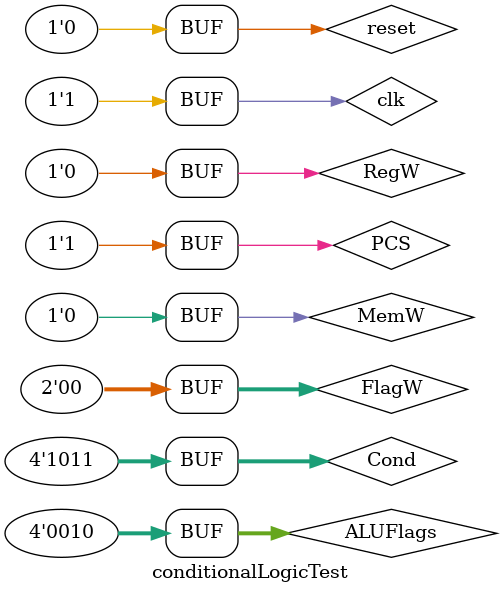
<source format=sv>
module conditionalLogicTest();

	logic clk, reset;
	logic [3:0] Cond;	//Código que viene de la instrucción en ejecución.
	logic [3:0] ALUFlags; 	//Flags (NZCV) que vienen desde la ALU. ALUFlags[3:2]-> NZ | ALUFlags[1:0]-> CV
	logic [1:0] FlagW; 		// FlaW[0] -> Para Carry y Overflow Flags. | FlaW[1] -> Para Negative y Zero Flags.
	logic PCS, RegW, MemW;
					  
	logic PCSrc, RegWrite, MemWrite;
	
	conditionalLogic condLogic(clk, reset, Cond, ALUFlags, FlagW, PCS, RegW, MemW,
										PCSrc, RegWrite, MemWrite);
	
	//Creacion de un reloj
	always begin
		clk = 0; #5; clk=~clk; #5;
	end
	
	initial begin
	reset = 1; #1; reset = 0; #4;
	
	// CMP R1,R2 ; Donde R1>R2
	Cond = 4'b1110; PCS = 0; RegW = 0; MemW = 0; FlagW = 2'b11;
	
	ALUFlags = 4'b0010; #5; //El resultado del "CMP R1,R2" genera estos nuevos valores en las flags
	
	//Branch Instruction BGT
	
	Cond = 4'b1100; PCS = 1; RegW = 0; MemW = 0; FlagW = 2'b00; #5;
	
	//---------------------------------------------------------------------------------------------------
	// CMP R1,R2 ; Donde R1>R2
	Cond = 4'b1110; PCS = 0; RegW = 0; MemW = 0; FlagW = 2'b11;
	
	ALUFlags = 4'b0010; #10; //El resultado del "CMP R1,R2" genera estos nuevos valores en las flags
	
	//Branch Instruction BLT
	
	Cond = 4'b1011; PCS = 1; RegW = 0; MemW = 0; FlagW = 2'b00; #5;
	
	end
	
	
endmodule
</source>
